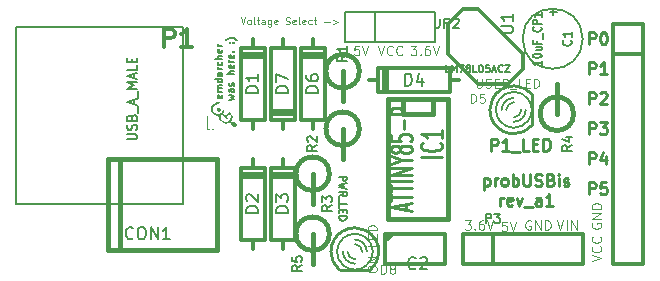
<source format=gto>
G04 (created by PCBNEW (2013-mar-13)-testing) date Wed 17 Sep 2014 04:23:05 PM PDT*
%MOIN*%
G04 Gerber Fmt 3.4, Leading zero omitted, Abs format*
%FSLAX34Y34*%
G01*
G70*
G90*
G04 APERTURE LIST*
%ADD10C,0.005906*%
%ADD11C,0.009843*%
%ADD12C,0.003937*%
%ADD13C,0.005000*%
%ADD14C,0.012000*%
%ADD15C,0.015000*%
%ADD16C,0.010000*%
%ADD17C,0.006000*%
%ADD18C,0.000100*%
%ADD19C,0.007500*%
%ADD20C,0.008000*%
%ADD21C,0.003500*%
%ADD22C,0.011250*%
%ADD23C,0.007874*%
G04 APERTURE END LIST*
G54D10*
X44977Y-38871D02*
X44988Y-38894D01*
X44988Y-38939D01*
X44977Y-38961D01*
X44955Y-38973D01*
X44865Y-38973D01*
X44842Y-38961D01*
X44831Y-38939D01*
X44831Y-38894D01*
X44842Y-38871D01*
X44865Y-38860D01*
X44887Y-38860D01*
X44910Y-38973D01*
X44988Y-38759D02*
X44831Y-38759D01*
X44853Y-38759D02*
X44842Y-38748D01*
X44831Y-38725D01*
X44831Y-38691D01*
X44842Y-38669D01*
X44865Y-38658D01*
X44988Y-38658D01*
X44865Y-38658D02*
X44842Y-38646D01*
X44831Y-38624D01*
X44831Y-38590D01*
X44842Y-38568D01*
X44865Y-38556D01*
X44988Y-38556D01*
X44988Y-38343D02*
X44752Y-38343D01*
X44977Y-38343D02*
X44988Y-38365D01*
X44988Y-38410D01*
X44977Y-38433D01*
X44966Y-38444D01*
X44943Y-38455D01*
X44876Y-38455D01*
X44853Y-38444D01*
X44842Y-38433D01*
X44831Y-38410D01*
X44831Y-38365D01*
X44842Y-38343D01*
X44988Y-38129D02*
X44865Y-38129D01*
X44842Y-38140D01*
X44831Y-38163D01*
X44831Y-38208D01*
X44842Y-38230D01*
X44977Y-38129D02*
X44988Y-38151D01*
X44988Y-38208D01*
X44977Y-38230D01*
X44955Y-38241D01*
X44932Y-38241D01*
X44910Y-38230D01*
X44898Y-38208D01*
X44898Y-38151D01*
X44887Y-38129D01*
X44988Y-38016D02*
X44831Y-38016D01*
X44876Y-38016D02*
X44853Y-38005D01*
X44842Y-37994D01*
X44831Y-37971D01*
X44831Y-37949D01*
X44977Y-37769D02*
X44988Y-37791D01*
X44988Y-37836D01*
X44977Y-37859D01*
X44966Y-37870D01*
X44943Y-37881D01*
X44876Y-37881D01*
X44853Y-37870D01*
X44842Y-37859D01*
X44831Y-37836D01*
X44831Y-37791D01*
X44842Y-37769D01*
X44988Y-37668D02*
X44752Y-37668D01*
X44988Y-37566D02*
X44865Y-37566D01*
X44842Y-37578D01*
X44831Y-37600D01*
X44831Y-37634D01*
X44842Y-37656D01*
X44853Y-37668D01*
X44977Y-37364D02*
X44988Y-37386D01*
X44988Y-37431D01*
X44977Y-37454D01*
X44955Y-37465D01*
X44865Y-37465D01*
X44842Y-37454D01*
X44831Y-37431D01*
X44831Y-37386D01*
X44842Y-37364D01*
X44865Y-37353D01*
X44887Y-37353D01*
X44910Y-37465D01*
X44988Y-37251D02*
X44831Y-37251D01*
X44876Y-37251D02*
X44853Y-37240D01*
X44842Y-37229D01*
X44831Y-37206D01*
X44831Y-37184D01*
X45221Y-39046D02*
X45378Y-39001D01*
X45266Y-38956D01*
X45378Y-38911D01*
X45221Y-38866D01*
X45378Y-38674D02*
X45254Y-38674D01*
X45232Y-38686D01*
X45221Y-38708D01*
X45221Y-38753D01*
X45232Y-38776D01*
X45367Y-38674D02*
X45378Y-38697D01*
X45378Y-38753D01*
X45367Y-38776D01*
X45344Y-38787D01*
X45322Y-38787D01*
X45299Y-38776D01*
X45288Y-38753D01*
X45288Y-38697D01*
X45277Y-38674D01*
X45367Y-38573D02*
X45378Y-38551D01*
X45378Y-38506D01*
X45367Y-38483D01*
X45344Y-38472D01*
X45333Y-38472D01*
X45311Y-38483D01*
X45299Y-38506D01*
X45299Y-38539D01*
X45288Y-38562D01*
X45266Y-38573D01*
X45254Y-38573D01*
X45232Y-38562D01*
X45221Y-38539D01*
X45221Y-38506D01*
X45232Y-38483D01*
X45378Y-38191D02*
X45142Y-38191D01*
X45378Y-38089D02*
X45254Y-38089D01*
X45232Y-38101D01*
X45221Y-38123D01*
X45221Y-38157D01*
X45232Y-38179D01*
X45243Y-38191D01*
X45367Y-37887D02*
X45378Y-37910D01*
X45378Y-37955D01*
X45367Y-37977D01*
X45344Y-37988D01*
X45254Y-37988D01*
X45232Y-37977D01*
X45221Y-37955D01*
X45221Y-37910D01*
X45232Y-37887D01*
X45254Y-37876D01*
X45277Y-37876D01*
X45299Y-37988D01*
X45378Y-37775D02*
X45221Y-37775D01*
X45266Y-37775D02*
X45243Y-37763D01*
X45232Y-37752D01*
X45221Y-37730D01*
X45221Y-37707D01*
X45367Y-37538D02*
X45378Y-37561D01*
X45378Y-37606D01*
X45367Y-37628D01*
X45344Y-37640D01*
X45254Y-37640D01*
X45232Y-37628D01*
X45221Y-37606D01*
X45221Y-37561D01*
X45232Y-37538D01*
X45254Y-37527D01*
X45277Y-37527D01*
X45299Y-37640D01*
X45356Y-37426D02*
X45367Y-37415D01*
X45378Y-37426D01*
X45367Y-37437D01*
X45356Y-37426D01*
X45378Y-37426D01*
X45356Y-37133D02*
X45367Y-37122D01*
X45378Y-37133D01*
X45367Y-37145D01*
X45356Y-37133D01*
X45378Y-37133D01*
X45232Y-37133D02*
X45243Y-37122D01*
X45254Y-37133D01*
X45243Y-37145D01*
X45232Y-37133D01*
X45254Y-37133D01*
X45468Y-37043D02*
X45457Y-37032D01*
X45423Y-37010D01*
X45401Y-36998D01*
X45367Y-36987D01*
X45311Y-36976D01*
X45266Y-36976D01*
X45209Y-36987D01*
X45176Y-36998D01*
X45153Y-37010D01*
X45119Y-37032D01*
X45108Y-37043D01*
G54D11*
X53712Y-41647D02*
X53712Y-42041D01*
X53712Y-41666D02*
X53749Y-41647D01*
X53824Y-41647D01*
X53862Y-41666D01*
X53880Y-41685D01*
X53899Y-41722D01*
X53899Y-41835D01*
X53880Y-41872D01*
X53862Y-41891D01*
X53824Y-41910D01*
X53749Y-41910D01*
X53712Y-41891D01*
X54068Y-41910D02*
X54068Y-41647D01*
X54068Y-41722D02*
X54086Y-41685D01*
X54105Y-41666D01*
X54143Y-41647D01*
X54180Y-41647D01*
X54368Y-41910D02*
X54330Y-41891D01*
X54311Y-41872D01*
X54293Y-41835D01*
X54293Y-41722D01*
X54311Y-41685D01*
X54330Y-41666D01*
X54368Y-41647D01*
X54424Y-41647D01*
X54461Y-41666D01*
X54480Y-41685D01*
X54499Y-41722D01*
X54499Y-41835D01*
X54480Y-41872D01*
X54461Y-41891D01*
X54424Y-41910D01*
X54368Y-41910D01*
X54668Y-41910D02*
X54668Y-41516D01*
X54668Y-41666D02*
X54705Y-41647D01*
X54780Y-41647D01*
X54818Y-41666D01*
X54836Y-41685D01*
X54855Y-41722D01*
X54855Y-41835D01*
X54836Y-41872D01*
X54818Y-41891D01*
X54780Y-41910D01*
X54705Y-41910D01*
X54668Y-41891D01*
X55024Y-41516D02*
X55024Y-41835D01*
X55043Y-41872D01*
X55061Y-41891D01*
X55099Y-41910D01*
X55174Y-41910D01*
X55211Y-41891D01*
X55230Y-41872D01*
X55249Y-41835D01*
X55249Y-41516D01*
X55418Y-41891D02*
X55474Y-41910D01*
X55568Y-41910D01*
X55605Y-41891D01*
X55624Y-41872D01*
X55643Y-41835D01*
X55643Y-41797D01*
X55624Y-41760D01*
X55605Y-41741D01*
X55568Y-41722D01*
X55493Y-41704D01*
X55455Y-41685D01*
X55436Y-41666D01*
X55418Y-41629D01*
X55418Y-41591D01*
X55436Y-41554D01*
X55455Y-41535D01*
X55493Y-41516D01*
X55586Y-41516D01*
X55643Y-41535D01*
X55943Y-41704D02*
X55999Y-41722D01*
X56017Y-41741D01*
X56036Y-41779D01*
X56036Y-41835D01*
X56017Y-41872D01*
X55999Y-41891D01*
X55961Y-41910D01*
X55811Y-41910D01*
X55811Y-41516D01*
X55943Y-41516D01*
X55980Y-41535D01*
X55999Y-41554D01*
X56017Y-41591D01*
X56017Y-41629D01*
X55999Y-41666D01*
X55980Y-41685D01*
X55943Y-41704D01*
X55811Y-41704D01*
X56205Y-41910D02*
X56205Y-41647D01*
X56205Y-41516D02*
X56186Y-41535D01*
X56205Y-41554D01*
X56224Y-41535D01*
X56205Y-41516D01*
X56205Y-41554D01*
X56374Y-41891D02*
X56411Y-41910D01*
X56486Y-41910D01*
X56524Y-41891D01*
X56542Y-41854D01*
X56542Y-41835D01*
X56524Y-41797D01*
X56486Y-41779D01*
X56430Y-41779D01*
X56392Y-41760D01*
X56374Y-41722D01*
X56374Y-41704D01*
X56392Y-41666D01*
X56430Y-41647D01*
X56486Y-41647D01*
X56524Y-41666D01*
X54255Y-42559D02*
X54255Y-42297D01*
X54255Y-42372D02*
X54274Y-42335D01*
X54293Y-42316D01*
X54330Y-42297D01*
X54368Y-42297D01*
X54649Y-42541D02*
X54611Y-42559D01*
X54536Y-42559D01*
X54499Y-42541D01*
X54480Y-42503D01*
X54480Y-42353D01*
X54499Y-42316D01*
X54536Y-42297D01*
X54611Y-42297D01*
X54649Y-42316D01*
X54668Y-42353D01*
X54668Y-42391D01*
X54480Y-42428D01*
X54799Y-42297D02*
X54893Y-42559D01*
X54986Y-42297D01*
X55043Y-42597D02*
X55343Y-42597D01*
X55605Y-42559D02*
X55605Y-42353D01*
X55586Y-42316D01*
X55549Y-42297D01*
X55474Y-42297D01*
X55436Y-42316D01*
X55605Y-42541D02*
X55568Y-42559D01*
X55474Y-42559D01*
X55436Y-42541D01*
X55418Y-42503D01*
X55418Y-42466D01*
X55436Y-42428D01*
X55474Y-42410D01*
X55568Y-42410D01*
X55605Y-42391D01*
X55999Y-42559D02*
X55774Y-42559D01*
X55886Y-42559D02*
X55886Y-42166D01*
X55849Y-42222D01*
X55811Y-42260D01*
X55774Y-42278D01*
G54D10*
X48893Y-41597D02*
X49129Y-41597D01*
X49129Y-41687D01*
X49118Y-41709D01*
X49106Y-41721D01*
X49084Y-41732D01*
X49050Y-41732D01*
X49028Y-41721D01*
X49016Y-41709D01*
X49005Y-41687D01*
X49005Y-41597D01*
X49129Y-41811D02*
X48893Y-41867D01*
X49061Y-41912D01*
X48893Y-41957D01*
X49129Y-42013D01*
X48893Y-42238D02*
X49005Y-42159D01*
X48893Y-42103D02*
X49129Y-42103D01*
X49129Y-42193D01*
X49118Y-42215D01*
X49106Y-42227D01*
X49084Y-42238D01*
X49050Y-42238D01*
X49028Y-42227D01*
X49016Y-42215D01*
X49005Y-42193D01*
X49005Y-42103D01*
X48870Y-42283D02*
X48870Y-42463D01*
X48893Y-42632D02*
X48893Y-42519D01*
X49129Y-42519D01*
X49016Y-42710D02*
X49016Y-42789D01*
X48893Y-42823D02*
X48893Y-42710D01*
X49129Y-42710D01*
X49129Y-42823D01*
X48893Y-42924D02*
X49129Y-42924D01*
X49129Y-42980D01*
X49118Y-43014D01*
X49095Y-43037D01*
X49073Y-43048D01*
X49028Y-43059D01*
X48994Y-43059D01*
X48949Y-43048D01*
X48926Y-43037D01*
X48904Y-43014D01*
X48893Y-42980D01*
X48893Y-42924D01*
G54D11*
X53946Y-40729D02*
X53946Y-40335D01*
X54096Y-40335D01*
X54133Y-40354D01*
X54152Y-40373D01*
X54171Y-40410D01*
X54171Y-40466D01*
X54152Y-40504D01*
X54133Y-40523D01*
X54096Y-40541D01*
X53946Y-40541D01*
X54546Y-40729D02*
X54321Y-40729D01*
X54433Y-40729D02*
X54433Y-40335D01*
X54396Y-40391D01*
X54358Y-40429D01*
X54321Y-40448D01*
X54621Y-40766D02*
X54921Y-40766D01*
X55202Y-40729D02*
X55014Y-40729D01*
X55014Y-40335D01*
X55333Y-40523D02*
X55464Y-40523D01*
X55521Y-40729D02*
X55333Y-40729D01*
X55333Y-40335D01*
X55521Y-40335D01*
X55689Y-40729D02*
X55689Y-40335D01*
X55783Y-40335D01*
X55839Y-40354D01*
X55877Y-40391D01*
X55896Y-40429D01*
X55914Y-40504D01*
X55914Y-40560D01*
X55896Y-40635D01*
X55877Y-40673D01*
X55839Y-40710D01*
X55783Y-40729D01*
X55689Y-40729D01*
G54D12*
X45596Y-36287D02*
X45674Y-36524D01*
X45753Y-36287D01*
X45866Y-36524D02*
X45843Y-36512D01*
X45832Y-36501D01*
X45821Y-36479D01*
X45821Y-36411D01*
X45832Y-36389D01*
X45843Y-36377D01*
X45866Y-36366D01*
X45899Y-36366D01*
X45922Y-36377D01*
X45933Y-36389D01*
X45944Y-36411D01*
X45944Y-36479D01*
X45933Y-36501D01*
X45922Y-36512D01*
X45899Y-36524D01*
X45866Y-36524D01*
X46079Y-36524D02*
X46057Y-36512D01*
X46046Y-36490D01*
X46046Y-36287D01*
X46136Y-36366D02*
X46226Y-36366D01*
X46169Y-36287D02*
X46169Y-36490D01*
X46181Y-36512D01*
X46203Y-36524D01*
X46226Y-36524D01*
X46406Y-36524D02*
X46406Y-36400D01*
X46394Y-36377D01*
X46372Y-36366D01*
X46327Y-36366D01*
X46304Y-36377D01*
X46406Y-36512D02*
X46383Y-36524D01*
X46327Y-36524D01*
X46304Y-36512D01*
X46293Y-36490D01*
X46293Y-36467D01*
X46304Y-36445D01*
X46327Y-36434D01*
X46383Y-36434D01*
X46406Y-36422D01*
X46619Y-36366D02*
X46619Y-36557D01*
X46608Y-36580D01*
X46597Y-36591D01*
X46574Y-36602D01*
X46541Y-36602D01*
X46518Y-36591D01*
X46619Y-36512D02*
X46597Y-36524D01*
X46552Y-36524D01*
X46529Y-36512D01*
X46518Y-36501D01*
X46507Y-36479D01*
X46507Y-36411D01*
X46518Y-36389D01*
X46529Y-36377D01*
X46552Y-36366D01*
X46597Y-36366D01*
X46619Y-36377D01*
X46822Y-36512D02*
X46799Y-36524D01*
X46754Y-36524D01*
X46732Y-36512D01*
X46721Y-36490D01*
X46721Y-36400D01*
X46732Y-36377D01*
X46754Y-36366D01*
X46799Y-36366D01*
X46822Y-36377D01*
X46833Y-36400D01*
X46833Y-36422D01*
X46721Y-36445D01*
X47103Y-36512D02*
X47137Y-36524D01*
X47193Y-36524D01*
X47215Y-36512D01*
X47227Y-36501D01*
X47238Y-36479D01*
X47238Y-36456D01*
X47227Y-36434D01*
X47215Y-36422D01*
X47193Y-36411D01*
X47148Y-36400D01*
X47125Y-36389D01*
X47114Y-36377D01*
X47103Y-36355D01*
X47103Y-36332D01*
X47114Y-36310D01*
X47125Y-36299D01*
X47148Y-36287D01*
X47204Y-36287D01*
X47238Y-36299D01*
X47429Y-36512D02*
X47407Y-36524D01*
X47362Y-36524D01*
X47339Y-36512D01*
X47328Y-36490D01*
X47328Y-36400D01*
X47339Y-36377D01*
X47362Y-36366D01*
X47407Y-36366D01*
X47429Y-36377D01*
X47440Y-36400D01*
X47440Y-36422D01*
X47328Y-36445D01*
X47575Y-36524D02*
X47553Y-36512D01*
X47542Y-36490D01*
X47542Y-36287D01*
X47755Y-36512D02*
X47733Y-36524D01*
X47688Y-36524D01*
X47665Y-36512D01*
X47654Y-36490D01*
X47654Y-36400D01*
X47665Y-36377D01*
X47688Y-36366D01*
X47733Y-36366D01*
X47755Y-36377D01*
X47767Y-36400D01*
X47767Y-36422D01*
X47654Y-36445D01*
X47969Y-36512D02*
X47947Y-36524D01*
X47902Y-36524D01*
X47879Y-36512D01*
X47868Y-36501D01*
X47857Y-36479D01*
X47857Y-36411D01*
X47868Y-36389D01*
X47879Y-36377D01*
X47902Y-36366D01*
X47947Y-36366D01*
X47969Y-36377D01*
X48037Y-36366D02*
X48127Y-36366D01*
X48070Y-36287D02*
X48070Y-36490D01*
X48082Y-36512D01*
X48104Y-36524D01*
X48127Y-36524D01*
X48385Y-36434D02*
X48565Y-36434D01*
X48678Y-36366D02*
X48858Y-36434D01*
X48678Y-36501D01*
X51267Y-37229D02*
X51462Y-37229D01*
X51357Y-37349D01*
X51402Y-37349D01*
X51432Y-37364D01*
X51447Y-37379D01*
X51462Y-37409D01*
X51462Y-37484D01*
X51447Y-37514D01*
X51432Y-37529D01*
X51402Y-37544D01*
X51312Y-37544D01*
X51282Y-37529D01*
X51267Y-37514D01*
X51597Y-37514D02*
X51612Y-37529D01*
X51597Y-37544D01*
X51582Y-37529D01*
X51597Y-37514D01*
X51597Y-37544D01*
X51882Y-37229D02*
X51822Y-37229D01*
X51792Y-37244D01*
X51777Y-37259D01*
X51747Y-37304D01*
X51732Y-37364D01*
X51732Y-37484D01*
X51747Y-37514D01*
X51762Y-37529D01*
X51792Y-37544D01*
X51852Y-37544D01*
X51882Y-37529D01*
X51897Y-37514D01*
X51912Y-37484D01*
X51912Y-37409D01*
X51897Y-37379D01*
X51882Y-37364D01*
X51852Y-37349D01*
X51792Y-37349D01*
X51762Y-37364D01*
X51747Y-37379D01*
X51732Y-37409D01*
X52002Y-37229D02*
X52107Y-37544D01*
X52212Y-37229D01*
X50170Y-37229D02*
X50275Y-37544D01*
X50380Y-37229D01*
X50665Y-37514D02*
X50650Y-37529D01*
X50605Y-37544D01*
X50575Y-37544D01*
X50530Y-37529D01*
X50500Y-37499D01*
X50485Y-37469D01*
X50470Y-37409D01*
X50470Y-37364D01*
X50485Y-37304D01*
X50500Y-37274D01*
X50530Y-37244D01*
X50575Y-37229D01*
X50605Y-37229D01*
X50650Y-37244D01*
X50665Y-37259D01*
X50980Y-37514D02*
X50965Y-37529D01*
X50920Y-37544D01*
X50890Y-37544D01*
X50845Y-37529D01*
X50815Y-37499D01*
X50800Y-37469D01*
X50785Y-37409D01*
X50785Y-37364D01*
X50800Y-37304D01*
X50815Y-37274D01*
X50845Y-37244D01*
X50890Y-37229D01*
X50920Y-37229D01*
X50965Y-37244D01*
X50980Y-37259D01*
X49546Y-37229D02*
X49396Y-37229D01*
X49381Y-37379D01*
X49396Y-37364D01*
X49426Y-37349D01*
X49501Y-37349D01*
X49531Y-37364D01*
X49546Y-37379D01*
X49561Y-37409D01*
X49561Y-37484D01*
X49546Y-37514D01*
X49531Y-37529D01*
X49501Y-37544D01*
X49426Y-37544D01*
X49396Y-37529D01*
X49381Y-37514D01*
X49651Y-37229D02*
X49756Y-37544D01*
X49861Y-37229D01*
X56151Y-43055D02*
X56256Y-43370D01*
X56361Y-43055D01*
X56466Y-43370D02*
X56466Y-43055D01*
X56616Y-43370D02*
X56616Y-43055D01*
X56796Y-43370D01*
X56796Y-43055D01*
X55271Y-43070D02*
X55241Y-43055D01*
X55196Y-43055D01*
X55151Y-43070D01*
X55121Y-43100D01*
X55106Y-43130D01*
X55091Y-43190D01*
X55091Y-43235D01*
X55106Y-43295D01*
X55121Y-43325D01*
X55151Y-43355D01*
X55196Y-43370D01*
X55226Y-43370D01*
X55271Y-43355D01*
X55286Y-43340D01*
X55286Y-43235D01*
X55226Y-43235D01*
X55421Y-43370D02*
X55421Y-43055D01*
X55601Y-43370D01*
X55601Y-43055D01*
X55751Y-43370D02*
X55751Y-43055D01*
X55826Y-43055D01*
X55871Y-43070D01*
X55901Y-43100D01*
X55916Y-43130D01*
X55931Y-43190D01*
X55931Y-43235D01*
X55916Y-43295D01*
X55901Y-43325D01*
X55871Y-43355D01*
X55826Y-43370D01*
X55751Y-43370D01*
X54467Y-43095D02*
X54317Y-43095D01*
X54302Y-43245D01*
X54317Y-43230D01*
X54347Y-43215D01*
X54422Y-43215D01*
X54452Y-43230D01*
X54467Y-43245D01*
X54482Y-43275D01*
X54482Y-43350D01*
X54467Y-43380D01*
X54452Y-43395D01*
X54422Y-43410D01*
X54347Y-43410D01*
X54317Y-43395D01*
X54302Y-43380D01*
X54572Y-43095D02*
X54677Y-43410D01*
X54782Y-43095D01*
X53078Y-43055D02*
X53273Y-43055D01*
X53168Y-43175D01*
X53213Y-43175D01*
X53243Y-43190D01*
X53258Y-43205D01*
X53273Y-43235D01*
X53273Y-43310D01*
X53258Y-43340D01*
X53243Y-43355D01*
X53213Y-43370D01*
X53123Y-43370D01*
X53093Y-43355D01*
X53078Y-43340D01*
X53408Y-43340D02*
X53423Y-43355D01*
X53408Y-43370D01*
X53393Y-43355D01*
X53408Y-43340D01*
X53408Y-43370D01*
X53693Y-43055D02*
X53633Y-43055D01*
X53603Y-43070D01*
X53588Y-43085D01*
X53558Y-43130D01*
X53543Y-43190D01*
X53543Y-43310D01*
X53558Y-43340D01*
X53573Y-43355D01*
X53603Y-43370D01*
X53663Y-43370D01*
X53693Y-43355D01*
X53708Y-43340D01*
X53723Y-43310D01*
X53723Y-43235D01*
X53708Y-43205D01*
X53693Y-43190D01*
X53663Y-43175D01*
X53603Y-43175D01*
X53573Y-43190D01*
X53558Y-43205D01*
X53543Y-43235D01*
X53813Y-43055D02*
X53918Y-43370D01*
X54023Y-43055D01*
X57307Y-44419D02*
X57622Y-44314D01*
X57307Y-44209D01*
X57592Y-43925D02*
X57607Y-43940D01*
X57622Y-43985D01*
X57622Y-44014D01*
X57607Y-44059D01*
X57577Y-44089D01*
X57547Y-44104D01*
X57487Y-44119D01*
X57442Y-44119D01*
X57382Y-44104D01*
X57352Y-44089D01*
X57322Y-44059D01*
X57307Y-44014D01*
X57307Y-43985D01*
X57322Y-43940D01*
X57337Y-43925D01*
X57592Y-43610D02*
X57607Y-43625D01*
X57622Y-43670D01*
X57622Y-43700D01*
X57607Y-43745D01*
X57577Y-43775D01*
X57547Y-43790D01*
X57487Y-43805D01*
X57442Y-43805D01*
X57382Y-43790D01*
X57352Y-43775D01*
X57322Y-43745D01*
X57307Y-43700D01*
X57307Y-43670D01*
X57322Y-43625D01*
X57337Y-43610D01*
X57322Y-43147D02*
X57307Y-43177D01*
X57307Y-43222D01*
X57322Y-43267D01*
X57352Y-43297D01*
X57382Y-43312D01*
X57442Y-43327D01*
X57487Y-43327D01*
X57547Y-43312D01*
X57577Y-43297D01*
X57607Y-43267D01*
X57622Y-43222D01*
X57622Y-43192D01*
X57607Y-43147D01*
X57592Y-43132D01*
X57487Y-43132D01*
X57487Y-43192D01*
X57622Y-42997D02*
X57307Y-42997D01*
X57622Y-42817D01*
X57307Y-42817D01*
X57622Y-42667D02*
X57307Y-42667D01*
X57307Y-42592D01*
X57322Y-42547D01*
X57352Y-42517D01*
X57382Y-42502D01*
X57442Y-42487D01*
X57487Y-42487D01*
X57547Y-42502D01*
X57577Y-42517D01*
X57607Y-42547D01*
X57622Y-42592D01*
X57622Y-42667D01*
G54D11*
X57209Y-42178D02*
X57209Y-41784D01*
X57359Y-41784D01*
X57396Y-41803D01*
X57415Y-41821D01*
X57434Y-41859D01*
X57434Y-41915D01*
X57415Y-41953D01*
X57396Y-41971D01*
X57359Y-41990D01*
X57209Y-41990D01*
X57790Y-41784D02*
X57603Y-41784D01*
X57584Y-41971D01*
X57603Y-41953D01*
X57640Y-41934D01*
X57734Y-41934D01*
X57771Y-41953D01*
X57790Y-41971D01*
X57809Y-42009D01*
X57809Y-42103D01*
X57790Y-42140D01*
X57771Y-42159D01*
X57734Y-42178D01*
X57640Y-42178D01*
X57603Y-42159D01*
X57584Y-42140D01*
X57209Y-41178D02*
X57209Y-40784D01*
X57359Y-40784D01*
X57396Y-40803D01*
X57415Y-40821D01*
X57434Y-40859D01*
X57434Y-40915D01*
X57415Y-40953D01*
X57396Y-40971D01*
X57359Y-40990D01*
X57209Y-40990D01*
X57771Y-40915D02*
X57771Y-41178D01*
X57678Y-40765D02*
X57584Y-41046D01*
X57828Y-41046D01*
X57209Y-40178D02*
X57209Y-39784D01*
X57359Y-39784D01*
X57396Y-39803D01*
X57415Y-39821D01*
X57434Y-39859D01*
X57434Y-39915D01*
X57415Y-39953D01*
X57396Y-39971D01*
X57359Y-39990D01*
X57209Y-39990D01*
X57565Y-39784D02*
X57809Y-39784D01*
X57678Y-39934D01*
X57734Y-39934D01*
X57771Y-39953D01*
X57790Y-39971D01*
X57809Y-40009D01*
X57809Y-40103D01*
X57790Y-40140D01*
X57771Y-40159D01*
X57734Y-40178D01*
X57621Y-40178D01*
X57584Y-40159D01*
X57565Y-40140D01*
X57209Y-38178D02*
X57209Y-37784D01*
X57359Y-37784D01*
X57396Y-37803D01*
X57415Y-37821D01*
X57434Y-37859D01*
X57434Y-37915D01*
X57415Y-37953D01*
X57396Y-37971D01*
X57359Y-37990D01*
X57209Y-37990D01*
X57809Y-38178D02*
X57584Y-38178D01*
X57696Y-38178D02*
X57696Y-37784D01*
X57659Y-37840D01*
X57621Y-37878D01*
X57584Y-37896D01*
X57209Y-39178D02*
X57209Y-38784D01*
X57359Y-38784D01*
X57396Y-38803D01*
X57415Y-38821D01*
X57434Y-38859D01*
X57434Y-38915D01*
X57415Y-38953D01*
X57396Y-38971D01*
X57359Y-38990D01*
X57209Y-38990D01*
X57584Y-38821D02*
X57603Y-38803D01*
X57640Y-38784D01*
X57734Y-38784D01*
X57771Y-38803D01*
X57790Y-38821D01*
X57809Y-38859D01*
X57809Y-38896D01*
X57790Y-38953D01*
X57565Y-39178D01*
X57809Y-39178D01*
X57209Y-37178D02*
X57209Y-36784D01*
X57359Y-36784D01*
X57396Y-36803D01*
X57415Y-36821D01*
X57434Y-36859D01*
X57434Y-36915D01*
X57415Y-36953D01*
X57396Y-36971D01*
X57359Y-36990D01*
X57209Y-36990D01*
X57678Y-36784D02*
X57715Y-36784D01*
X57753Y-36803D01*
X57771Y-36821D01*
X57790Y-36859D01*
X57809Y-36934D01*
X57809Y-37028D01*
X57790Y-37103D01*
X57771Y-37140D01*
X57753Y-37159D01*
X57715Y-37178D01*
X57678Y-37178D01*
X57640Y-37159D01*
X57621Y-37140D01*
X57603Y-37103D01*
X57584Y-37028D01*
X57584Y-36934D01*
X57603Y-36859D01*
X57621Y-36821D01*
X57640Y-36803D01*
X57678Y-36784D01*
G54D13*
X57001Y-37000D02*
G75*
G03X57001Y-37000I-1001J0D01*
G74*
G01*
G54D14*
X50437Y-43500D02*
X52417Y-43500D01*
X52417Y-43500D02*
X52417Y-44500D01*
X52417Y-44500D02*
X50417Y-44500D01*
X50417Y-44500D02*
X50417Y-43500D01*
X50417Y-43750D02*
X50667Y-43500D01*
G54D15*
X41583Y-41003D02*
X41583Y-44035D01*
X41189Y-41003D02*
X41189Y-44035D01*
X41189Y-44035D02*
X44811Y-44035D01*
X44811Y-44035D02*
X44811Y-41003D01*
X44811Y-41003D02*
X41189Y-41003D01*
G54D14*
X46000Y-37000D02*
X46000Y-37300D01*
X46000Y-37300D02*
X45600Y-37300D01*
X45600Y-37300D02*
X45600Y-39700D01*
X45600Y-39700D02*
X46000Y-39700D01*
X46000Y-39700D02*
X46000Y-40000D01*
X46000Y-39700D02*
X46400Y-39700D01*
X46400Y-39700D02*
X46400Y-37300D01*
X46400Y-37300D02*
X46000Y-37300D01*
X45600Y-37500D02*
X46400Y-37500D01*
X46400Y-37600D02*
X45600Y-37600D01*
X46000Y-41000D02*
X46000Y-41300D01*
X46000Y-41300D02*
X45600Y-41300D01*
X45600Y-41300D02*
X45600Y-43700D01*
X45600Y-43700D02*
X46000Y-43700D01*
X46000Y-43700D02*
X46000Y-44000D01*
X46000Y-43700D02*
X46400Y-43700D01*
X46400Y-43700D02*
X46400Y-41300D01*
X46400Y-41300D02*
X46000Y-41300D01*
X45600Y-41500D02*
X46400Y-41500D01*
X46400Y-41600D02*
X45600Y-41600D01*
X47000Y-41000D02*
X47000Y-41300D01*
X47000Y-41300D02*
X46600Y-41300D01*
X46600Y-41300D02*
X46600Y-43700D01*
X46600Y-43700D02*
X47000Y-43700D01*
X47000Y-43700D02*
X47000Y-44000D01*
X47000Y-43700D02*
X47400Y-43700D01*
X47400Y-43700D02*
X47400Y-41300D01*
X47400Y-41300D02*
X47000Y-41300D01*
X46600Y-41500D02*
X47400Y-41500D01*
X47400Y-41600D02*
X46600Y-41600D01*
X49877Y-38385D02*
X50177Y-38385D01*
X50177Y-38385D02*
X50177Y-38785D01*
X50177Y-38785D02*
X52577Y-38785D01*
X52577Y-38785D02*
X52577Y-38385D01*
X52577Y-38385D02*
X52877Y-38385D01*
X52577Y-38385D02*
X52577Y-37985D01*
X52577Y-37985D02*
X50177Y-37985D01*
X50177Y-37985D02*
X50177Y-38385D01*
X50377Y-38785D02*
X50377Y-37985D01*
X50477Y-37985D02*
X50477Y-38785D01*
G54D16*
X55326Y-39870D02*
X55326Y-38870D01*
G54D17*
X54245Y-38986D02*
G75*
G03X54106Y-39370I460J-384D01*
G74*
G01*
X54107Y-39370D02*
G75*
G03X54258Y-39768I599J0D01*
G74*
G01*
X55305Y-39370D02*
G75*
G03X55161Y-38980I-599J0D01*
G74*
G01*
X55167Y-39754D02*
G75*
G03X55306Y-39370I-460J384D01*
G74*
G01*
X55194Y-39020D02*
G75*
G03X54706Y-38770I-487J-349D01*
G74*
G01*
X54705Y-38770D02*
G75*
G03X54226Y-39010I0J-600D01*
G74*
G01*
X54706Y-39969D02*
G75*
G03X55179Y-39738I0J599D01*
G74*
G01*
X54232Y-39738D02*
G75*
G03X54706Y-39970I473J368D01*
G74*
G01*
X54706Y-39120D02*
G75*
G03X54456Y-39370I0J-250D01*
G74*
G01*
X54706Y-38970D02*
G75*
G03X54306Y-39370I0J-400D01*
G74*
G01*
X54706Y-39620D02*
G75*
G03X54956Y-39370I0J250D01*
G74*
G01*
X54706Y-39770D02*
G75*
G03X55106Y-39370I0J400D01*
G74*
G01*
G54D16*
X55320Y-38856D02*
G75*
G03X54706Y-38570I-613J-513D01*
G74*
G01*
X54705Y-38571D02*
G75*
G03X54001Y-38994I0J-799D01*
G74*
G01*
X54707Y-40169D02*
G75*
G03X55316Y-39886I-1J798D01*
G74*
G01*
X54012Y-39767D02*
G75*
G03X54706Y-40170I694J397D01*
G74*
G01*
X54001Y-38990D02*
G75*
G03X53906Y-39370I704J-379D01*
G74*
G01*
X53906Y-39370D02*
G75*
G03X54025Y-39789I799J0D01*
G74*
G01*
G54D14*
X48000Y-37000D02*
X48000Y-37300D01*
X48000Y-37300D02*
X47600Y-37300D01*
X47600Y-37300D02*
X47600Y-39700D01*
X47600Y-39700D02*
X48000Y-39700D01*
X48000Y-39700D02*
X48000Y-40000D01*
X48000Y-39700D02*
X48400Y-39700D01*
X48400Y-39700D02*
X48400Y-37300D01*
X48400Y-37300D02*
X48000Y-37300D01*
X47600Y-37500D02*
X48400Y-37500D01*
X48400Y-37600D02*
X47600Y-37600D01*
X47000Y-40000D02*
X47000Y-39700D01*
X47000Y-39700D02*
X47400Y-39700D01*
X47400Y-39700D02*
X47400Y-37300D01*
X47400Y-37300D02*
X47000Y-37300D01*
X47000Y-37300D02*
X47000Y-37000D01*
X47000Y-37300D02*
X46600Y-37300D01*
X46600Y-37300D02*
X46600Y-39700D01*
X46600Y-39700D02*
X47000Y-39700D01*
X47400Y-39500D02*
X46600Y-39500D01*
X46600Y-39400D02*
X47400Y-39400D01*
G54D16*
X48909Y-44720D02*
X49909Y-44720D01*
G54D17*
X49793Y-43639D02*
G75*
G03X49409Y-43500I-384J-460D01*
G74*
G01*
X49409Y-43500D02*
G75*
G03X49011Y-43652I0J-599D01*
G74*
G01*
X49409Y-44699D02*
G75*
G03X49799Y-44555I0J599D01*
G74*
G01*
X49025Y-44560D02*
G75*
G03X49409Y-44700I384J460D01*
G74*
G01*
X49758Y-44587D02*
G75*
G03X50009Y-44100I-349J487D01*
G74*
G01*
X50009Y-44099D02*
G75*
G03X49769Y-43620I-600J0D01*
G74*
G01*
X48810Y-44100D02*
G75*
G03X49041Y-44573I599J0D01*
G74*
G01*
X49040Y-43626D02*
G75*
G03X48809Y-44100I368J-473D01*
G74*
G01*
X49659Y-44100D02*
G75*
G03X49409Y-43850I-250J0D01*
G74*
G01*
X49809Y-44100D02*
G75*
G03X49409Y-43700I-400J0D01*
G74*
G01*
X49159Y-44100D02*
G75*
G03X49409Y-44350I250J0D01*
G74*
G01*
X49009Y-44100D02*
G75*
G03X49409Y-44500I400J0D01*
G74*
G01*
G54D16*
X49922Y-44713D02*
G75*
G03X50209Y-44100I-513J613D01*
G74*
G01*
X50208Y-44099D02*
G75*
G03X49785Y-43395I-799J0D01*
G74*
G01*
X48610Y-44101D02*
G75*
G03X48893Y-44710I798J1D01*
G74*
G01*
X49011Y-43405D02*
G75*
G03X48609Y-44100I397J-694D01*
G74*
G01*
X49788Y-43395D02*
G75*
G03X49409Y-43300I-379J-704D01*
G74*
G01*
X49409Y-43300D02*
G75*
G03X48990Y-43419I0J-799D01*
G74*
G01*
G54D15*
X52000Y-39000D02*
X52000Y-39500D01*
X52000Y-39500D02*
X51000Y-39500D01*
X51000Y-39500D02*
X51000Y-39000D01*
X52500Y-39000D02*
X52500Y-43000D01*
X52500Y-43000D02*
X50500Y-43000D01*
X50500Y-43000D02*
X50500Y-39000D01*
X50500Y-39000D02*
X52500Y-39000D01*
G54D17*
X49090Y-37114D02*
X49090Y-36114D01*
X49090Y-36114D02*
X52090Y-36114D01*
X52090Y-36114D02*
X52090Y-37114D01*
X52090Y-37114D02*
X49090Y-37114D01*
X50090Y-36114D02*
X50090Y-37114D01*
G54D13*
X43678Y-42516D02*
X38128Y-42516D01*
X38128Y-36616D02*
X43678Y-36616D01*
X43678Y-42516D02*
X43678Y-36616D01*
X38128Y-42516D02*
X38128Y-36616D01*
G54D14*
X59000Y-36500D02*
X59000Y-44500D01*
X59000Y-44500D02*
X58000Y-44500D01*
X58000Y-44500D02*
X58000Y-36500D01*
X58000Y-36500D02*
X59000Y-36500D01*
X58000Y-37500D02*
X59000Y-37500D01*
X53000Y-43500D02*
X53000Y-43500D01*
X53000Y-44500D02*
X53000Y-43500D01*
X53000Y-43500D02*
X53000Y-43500D01*
X53000Y-43500D02*
X57000Y-43500D01*
X57000Y-43500D02*
X57000Y-44500D01*
X57000Y-44500D02*
X53000Y-44500D01*
X54000Y-44500D02*
X54000Y-43500D01*
G54D15*
X49000Y-38082D02*
X49000Y-39082D01*
X49559Y-38082D02*
G75*
G03X49559Y-38082I-559J0D01*
G74*
G01*
X49000Y-40000D02*
X49000Y-41000D01*
X49559Y-40000D02*
G75*
G03X49559Y-40000I-559J0D01*
G74*
G01*
X48000Y-41500D02*
X48000Y-42500D01*
X48559Y-41500D02*
G75*
G03X48559Y-41500I-559J0D01*
G74*
G01*
X56141Y-39500D02*
X56141Y-38500D01*
X56700Y-39500D02*
G75*
G03X56700Y-39500I-559J0D01*
G74*
G01*
X48000Y-43500D02*
X48000Y-44500D01*
X48559Y-43500D02*
G75*
G03X48559Y-43500I-559J0D01*
G74*
G01*
G54D14*
X55000Y-37500D02*
X53500Y-36000D01*
X53500Y-36000D02*
X53000Y-36000D01*
X53000Y-36000D02*
X52500Y-36500D01*
X52500Y-36500D02*
X52500Y-37500D01*
X52500Y-37500D02*
X53500Y-38500D01*
X53500Y-38500D02*
X54500Y-38500D01*
X54500Y-38500D02*
X55000Y-38000D01*
X55000Y-38000D02*
X55000Y-37500D01*
G54D18*
G36*
X45113Y-40004D02*
X45276Y-40005D01*
X45359Y-40009D01*
X45401Y-40013D01*
X45382Y-40017D01*
X45308Y-40020D01*
X45185Y-40021D01*
X45150Y-40021D01*
X45018Y-40020D01*
X44936Y-40018D01*
X44908Y-40014D01*
X44941Y-40010D01*
X44959Y-40009D01*
X45113Y-40004D01*
X45113Y-40004D01*
X45113Y-40004D01*
G37*
G36*
X44848Y-39100D02*
X44912Y-39111D01*
X44933Y-39133D01*
X44905Y-39158D01*
X44847Y-39167D01*
X44745Y-39194D01*
X44681Y-39265D01*
X44667Y-39333D01*
X44693Y-39427D01*
X44759Y-39483D01*
X44847Y-39496D01*
X44936Y-39461D01*
X44971Y-39428D01*
X45023Y-39384D01*
X45057Y-39380D01*
X45055Y-39414D01*
X45035Y-39432D01*
X45008Y-39462D01*
X45032Y-39503D01*
X45046Y-39517D01*
X45090Y-39553D01*
X45126Y-39543D01*
X45167Y-39500D01*
X45216Y-39452D01*
X45252Y-39452D01*
X45282Y-39477D01*
X45295Y-39500D01*
X45247Y-39500D01*
X45212Y-39521D01*
X45175Y-39553D01*
X45141Y-39599D01*
X45159Y-39629D01*
X45168Y-39635D01*
X45197Y-39671D01*
X45192Y-39686D01*
X45157Y-39679D01*
X45098Y-39632D01*
X45071Y-39605D01*
X44996Y-39530D01*
X44954Y-39506D01*
X44936Y-39532D01*
X44933Y-39586D01*
X44960Y-39684D01*
X45026Y-39748D01*
X45114Y-39768D01*
X45204Y-39736D01*
X45217Y-39725D01*
X45245Y-39677D01*
X45263Y-39605D01*
X45267Y-39538D01*
X45253Y-39501D01*
X45247Y-39500D01*
X45295Y-39500D01*
X45316Y-39536D01*
X45332Y-39610D01*
X45327Y-39673D01*
X45300Y-39700D01*
X45267Y-39726D01*
X45267Y-39733D01*
X45294Y-39763D01*
X45319Y-39767D01*
X45373Y-39785D01*
X45431Y-39825D01*
X45464Y-39865D01*
X45465Y-39873D01*
X45443Y-39901D01*
X45415Y-39927D01*
X45366Y-39953D01*
X45318Y-39924D01*
X45316Y-39921D01*
X45275Y-39856D01*
X45267Y-39819D01*
X45249Y-39773D01*
X45233Y-39767D01*
X45201Y-39792D01*
X45200Y-39800D01*
X45171Y-39825D01*
X45115Y-39833D01*
X45033Y-39810D01*
X44949Y-39751D01*
X44886Y-39677D01*
X44867Y-39618D01*
X44840Y-39573D01*
X44815Y-39567D01*
X44747Y-39540D01*
X44674Y-39475D01*
X44618Y-39396D01*
X44600Y-39334D01*
X44628Y-39250D01*
X44698Y-39169D01*
X44787Y-39113D01*
X44848Y-39100D01*
X44848Y-39100D01*
X44848Y-39100D01*
G37*
G36*
X44867Y-39300D02*
X44922Y-39324D01*
X44933Y-39367D01*
X44910Y-39423D01*
X44867Y-39433D01*
X44811Y-39410D01*
X44800Y-39367D01*
X44823Y-39311D01*
X44867Y-39300D01*
X44867Y-39300D01*
X44867Y-39300D01*
G37*
G36*
X44712Y-40007D02*
X44724Y-40013D01*
X44714Y-40029D01*
X44680Y-40031D01*
X44645Y-40023D01*
X44660Y-40011D01*
X44712Y-40007D01*
X44712Y-40007D01*
X44712Y-40007D01*
G37*
G36*
X44481Y-38950D02*
X44491Y-39473D01*
X44496Y-39672D01*
X44502Y-39815D01*
X44510Y-39910D01*
X44521Y-39968D01*
X44537Y-39998D01*
X44559Y-40011D01*
X44587Y-40023D01*
X44551Y-40029D01*
X44542Y-40030D01*
X44467Y-40033D01*
X44474Y-39492D01*
X44481Y-38950D01*
X44481Y-38950D01*
X44481Y-38950D01*
G37*
G54D13*
X56606Y-37050D02*
X56620Y-37064D01*
X56634Y-37107D01*
X56634Y-37135D01*
X56620Y-37178D01*
X56591Y-37207D01*
X56563Y-37221D01*
X56506Y-37235D01*
X56463Y-37235D01*
X56406Y-37221D01*
X56377Y-37207D01*
X56349Y-37178D01*
X56334Y-37135D01*
X56334Y-37107D01*
X56349Y-37064D01*
X56363Y-37050D01*
X56634Y-36764D02*
X56634Y-36935D01*
X56634Y-36850D02*
X56334Y-36850D01*
X56377Y-36878D01*
X56406Y-36907D01*
X56420Y-36935D01*
X55635Y-37732D02*
X55635Y-37875D01*
X55635Y-37803D02*
X55335Y-37803D01*
X55378Y-37827D01*
X55407Y-37851D01*
X55421Y-37875D01*
X55335Y-37577D02*
X55335Y-37553D01*
X55350Y-37529D01*
X55364Y-37517D01*
X55392Y-37505D01*
X55450Y-37494D01*
X55521Y-37494D01*
X55578Y-37505D01*
X55607Y-37517D01*
X55621Y-37529D01*
X55635Y-37553D01*
X55635Y-37577D01*
X55621Y-37601D01*
X55607Y-37613D01*
X55578Y-37625D01*
X55521Y-37636D01*
X55450Y-37636D01*
X55392Y-37625D01*
X55364Y-37613D01*
X55350Y-37601D01*
X55335Y-37577D01*
X55435Y-37279D02*
X55635Y-37279D01*
X55435Y-37386D02*
X55592Y-37386D01*
X55621Y-37375D01*
X55635Y-37351D01*
X55635Y-37315D01*
X55621Y-37291D01*
X55607Y-37279D01*
X55478Y-37077D02*
X55478Y-37160D01*
X55635Y-37160D02*
X55335Y-37160D01*
X55335Y-37041D01*
X55664Y-37005D02*
X55664Y-36815D01*
X55607Y-36613D02*
X55621Y-36624D01*
X55635Y-36660D01*
X55635Y-36684D01*
X55621Y-36720D01*
X55592Y-36744D01*
X55564Y-36755D01*
X55507Y-36767D01*
X55464Y-36767D01*
X55407Y-36755D01*
X55378Y-36744D01*
X55350Y-36720D01*
X55335Y-36684D01*
X55335Y-36660D01*
X55350Y-36624D01*
X55364Y-36613D01*
X55635Y-36505D02*
X55335Y-36505D01*
X55335Y-36410D01*
X55350Y-36386D01*
X55364Y-36374D01*
X55392Y-36363D01*
X55435Y-36363D01*
X55464Y-36374D01*
X55478Y-36386D01*
X55492Y-36410D01*
X55492Y-36505D01*
X55635Y-36124D02*
X55635Y-36267D01*
X55635Y-36196D02*
X55335Y-36196D01*
X55378Y-36220D01*
X55407Y-36244D01*
X55421Y-36267D01*
G54D19*
X56021Y-36214D02*
X56021Y-35985D01*
X56135Y-36100D02*
X55907Y-36100D01*
G54D20*
X51433Y-44642D02*
X51414Y-44661D01*
X51357Y-44680D01*
X51319Y-44680D01*
X51261Y-44661D01*
X51223Y-44623D01*
X51204Y-44585D01*
X51185Y-44509D01*
X51185Y-44452D01*
X51204Y-44376D01*
X51223Y-44338D01*
X51261Y-44300D01*
X51319Y-44280D01*
X51357Y-44280D01*
X51414Y-44300D01*
X51433Y-44319D01*
X51585Y-44319D02*
X51604Y-44300D01*
X51642Y-44280D01*
X51738Y-44280D01*
X51776Y-44300D01*
X51795Y-44319D01*
X51814Y-44357D01*
X51814Y-44395D01*
X51795Y-44452D01*
X51566Y-44680D01*
X51814Y-44680D01*
X42014Y-43642D02*
X41995Y-43661D01*
X41938Y-43680D01*
X41900Y-43680D01*
X41842Y-43661D01*
X41804Y-43623D01*
X41785Y-43585D01*
X41766Y-43509D01*
X41766Y-43452D01*
X41785Y-43376D01*
X41804Y-43338D01*
X41842Y-43300D01*
X41900Y-43280D01*
X41938Y-43280D01*
X41995Y-43300D01*
X42014Y-43319D01*
X42261Y-43280D02*
X42338Y-43280D01*
X42376Y-43300D01*
X42414Y-43338D01*
X42433Y-43414D01*
X42433Y-43547D01*
X42414Y-43623D01*
X42376Y-43661D01*
X42338Y-43680D01*
X42261Y-43680D01*
X42223Y-43661D01*
X42185Y-43623D01*
X42166Y-43547D01*
X42166Y-43414D01*
X42185Y-43338D01*
X42223Y-43300D01*
X42261Y-43280D01*
X42604Y-43680D02*
X42604Y-43280D01*
X42833Y-43680D01*
X42833Y-43280D01*
X43233Y-43680D02*
X43004Y-43680D01*
X43119Y-43680D02*
X43119Y-43280D01*
X43080Y-43338D01*
X43042Y-43376D01*
X43004Y-43395D01*
X46180Y-38795D02*
X45780Y-38795D01*
X45780Y-38699D01*
X45800Y-38642D01*
X45838Y-38604D01*
X45876Y-38585D01*
X45952Y-38566D01*
X46009Y-38566D01*
X46085Y-38585D01*
X46123Y-38604D01*
X46161Y-38642D01*
X46180Y-38699D01*
X46180Y-38795D01*
X46180Y-38185D02*
X46180Y-38414D01*
X46180Y-38299D02*
X45780Y-38299D01*
X45838Y-38338D01*
X45876Y-38376D01*
X45895Y-38414D01*
X46180Y-42795D02*
X45780Y-42795D01*
X45780Y-42699D01*
X45800Y-42642D01*
X45838Y-42604D01*
X45876Y-42585D01*
X45952Y-42566D01*
X46009Y-42566D01*
X46085Y-42585D01*
X46123Y-42604D01*
X46161Y-42642D01*
X46180Y-42699D01*
X46180Y-42795D01*
X45819Y-42414D02*
X45800Y-42395D01*
X45780Y-42357D01*
X45780Y-42261D01*
X45800Y-42223D01*
X45819Y-42204D01*
X45857Y-42185D01*
X45895Y-42185D01*
X45952Y-42204D01*
X46180Y-42433D01*
X46180Y-42185D01*
X47180Y-42795D02*
X46780Y-42795D01*
X46780Y-42699D01*
X46800Y-42642D01*
X46838Y-42604D01*
X46876Y-42585D01*
X46952Y-42566D01*
X47009Y-42566D01*
X47085Y-42585D01*
X47123Y-42604D01*
X47161Y-42642D01*
X47180Y-42699D01*
X47180Y-42795D01*
X46780Y-42433D02*
X46780Y-42185D01*
X46933Y-42319D01*
X46933Y-42261D01*
X46952Y-42223D01*
X46971Y-42204D01*
X47009Y-42185D01*
X47104Y-42185D01*
X47142Y-42204D01*
X47161Y-42223D01*
X47180Y-42261D01*
X47180Y-42376D01*
X47161Y-42414D01*
X47142Y-42433D01*
X51082Y-38566D02*
X51082Y-38166D01*
X51177Y-38166D01*
X51235Y-38185D01*
X51273Y-38223D01*
X51292Y-38262D01*
X51311Y-38338D01*
X51311Y-38395D01*
X51292Y-38471D01*
X51273Y-38509D01*
X51235Y-38547D01*
X51177Y-38566D01*
X51082Y-38566D01*
X51654Y-38300D02*
X51654Y-38566D01*
X51558Y-38147D02*
X51463Y-38433D01*
X51711Y-38433D01*
G54D21*
X53278Y-39135D02*
X53278Y-38835D01*
X53350Y-38835D01*
X53392Y-38850D01*
X53421Y-38878D01*
X53435Y-38907D01*
X53450Y-38964D01*
X53450Y-39007D01*
X53435Y-39064D01*
X53421Y-39092D01*
X53392Y-39121D01*
X53350Y-39135D01*
X53278Y-39135D01*
X53721Y-38835D02*
X53578Y-38835D01*
X53564Y-38978D01*
X53578Y-38964D01*
X53607Y-38950D01*
X53678Y-38950D01*
X53707Y-38964D01*
X53721Y-38978D01*
X53735Y-39007D01*
X53735Y-39078D01*
X53721Y-39107D01*
X53707Y-39121D01*
X53678Y-39135D01*
X53607Y-39135D01*
X53578Y-39121D01*
X53564Y-39107D01*
X53464Y-38335D02*
X53464Y-38578D01*
X53478Y-38607D01*
X53492Y-38621D01*
X53521Y-38635D01*
X53578Y-38635D01*
X53607Y-38621D01*
X53621Y-38607D01*
X53635Y-38578D01*
X53635Y-38335D01*
X53764Y-38621D02*
X53807Y-38635D01*
X53878Y-38635D01*
X53907Y-38621D01*
X53921Y-38607D01*
X53935Y-38578D01*
X53935Y-38550D01*
X53921Y-38521D01*
X53907Y-38507D01*
X53878Y-38492D01*
X53821Y-38478D01*
X53792Y-38464D01*
X53778Y-38450D01*
X53764Y-38421D01*
X53764Y-38392D01*
X53778Y-38364D01*
X53792Y-38350D01*
X53821Y-38335D01*
X53892Y-38335D01*
X53935Y-38350D01*
X54064Y-38478D02*
X54164Y-38478D01*
X54207Y-38635D02*
X54064Y-38635D01*
X54064Y-38335D01*
X54207Y-38335D01*
X54507Y-38635D02*
X54407Y-38492D01*
X54335Y-38635D02*
X54335Y-38335D01*
X54450Y-38335D01*
X54478Y-38350D01*
X54492Y-38364D01*
X54507Y-38392D01*
X54507Y-38435D01*
X54492Y-38464D01*
X54478Y-38478D01*
X54450Y-38492D01*
X54335Y-38492D01*
X54564Y-38664D02*
X54792Y-38664D01*
X55007Y-38635D02*
X54864Y-38635D01*
X54864Y-38335D01*
X55107Y-38478D02*
X55207Y-38478D01*
X55250Y-38635D02*
X55107Y-38635D01*
X55107Y-38335D01*
X55250Y-38335D01*
X55378Y-38635D02*
X55378Y-38335D01*
X55450Y-38335D01*
X55492Y-38350D01*
X55521Y-38378D01*
X55535Y-38407D01*
X55550Y-38464D01*
X55550Y-38507D01*
X55535Y-38564D01*
X55521Y-38592D01*
X55492Y-38621D01*
X55450Y-38635D01*
X55378Y-38635D01*
G54D20*
X48180Y-38795D02*
X47780Y-38795D01*
X47780Y-38699D01*
X47800Y-38642D01*
X47838Y-38604D01*
X47876Y-38585D01*
X47952Y-38566D01*
X48009Y-38566D01*
X48085Y-38585D01*
X48123Y-38604D01*
X48161Y-38642D01*
X48180Y-38699D01*
X48180Y-38795D01*
X47780Y-38223D02*
X47780Y-38299D01*
X47800Y-38338D01*
X47819Y-38357D01*
X47876Y-38395D01*
X47952Y-38414D01*
X48104Y-38414D01*
X48142Y-38395D01*
X48161Y-38376D01*
X48180Y-38338D01*
X48180Y-38261D01*
X48161Y-38223D01*
X48142Y-38204D01*
X48104Y-38185D01*
X48009Y-38185D01*
X47971Y-38204D01*
X47952Y-38223D01*
X47933Y-38261D01*
X47933Y-38338D01*
X47952Y-38376D01*
X47971Y-38395D01*
X48009Y-38414D01*
X47180Y-38795D02*
X46780Y-38795D01*
X46780Y-38699D01*
X46800Y-38642D01*
X46838Y-38604D01*
X46876Y-38585D01*
X46952Y-38566D01*
X47009Y-38566D01*
X47085Y-38585D01*
X47123Y-38604D01*
X47161Y-38642D01*
X47180Y-38699D01*
X47180Y-38795D01*
X46780Y-38433D02*
X46780Y-38166D01*
X47180Y-38338D01*
G54D21*
X50288Y-44835D02*
X50288Y-44535D01*
X50359Y-44535D01*
X50402Y-44550D01*
X50430Y-44578D01*
X50445Y-44607D01*
X50459Y-44664D01*
X50459Y-44707D01*
X50445Y-44764D01*
X50430Y-44792D01*
X50402Y-44821D01*
X50359Y-44835D01*
X50288Y-44835D01*
X50630Y-44664D02*
X50602Y-44650D01*
X50588Y-44635D01*
X50573Y-44607D01*
X50573Y-44592D01*
X50588Y-44564D01*
X50602Y-44550D01*
X50630Y-44535D01*
X50688Y-44535D01*
X50716Y-44550D01*
X50730Y-44564D01*
X50745Y-44592D01*
X50745Y-44607D01*
X50730Y-44635D01*
X50716Y-44650D01*
X50688Y-44664D01*
X50630Y-44664D01*
X50602Y-44678D01*
X50588Y-44692D01*
X50573Y-44721D01*
X50573Y-44778D01*
X50588Y-44807D01*
X50602Y-44821D01*
X50630Y-44835D01*
X50688Y-44835D01*
X50716Y-44821D01*
X50730Y-44807D01*
X50745Y-44778D01*
X50745Y-44721D01*
X50730Y-44692D01*
X50716Y-44678D01*
X50688Y-44664D01*
X49835Y-44707D02*
X49835Y-44650D01*
X49850Y-44621D01*
X49878Y-44592D01*
X49935Y-44578D01*
X50035Y-44578D01*
X50092Y-44592D01*
X50121Y-44621D01*
X50135Y-44650D01*
X50135Y-44707D01*
X50121Y-44735D01*
X50092Y-44764D01*
X50035Y-44778D01*
X49935Y-44778D01*
X49878Y-44764D01*
X49850Y-44735D01*
X49835Y-44707D01*
X50135Y-44449D02*
X49835Y-44449D01*
X50135Y-44278D01*
X49835Y-44278D01*
X50164Y-44207D02*
X50164Y-43978D01*
X50135Y-43764D02*
X50135Y-43907D01*
X49835Y-43907D01*
X49978Y-43664D02*
X49978Y-43564D01*
X50135Y-43521D02*
X50135Y-43664D01*
X49835Y-43664D01*
X49835Y-43521D01*
X50135Y-43392D02*
X49835Y-43392D01*
X49835Y-43321D01*
X49850Y-43278D01*
X49878Y-43249D01*
X49907Y-43235D01*
X49964Y-43221D01*
X50007Y-43221D01*
X50064Y-43235D01*
X50092Y-43249D01*
X50121Y-43278D01*
X50135Y-43321D01*
X50135Y-43392D01*
G54D22*
X52316Y-40939D02*
X51616Y-40939D01*
X52250Y-40467D02*
X52283Y-40489D01*
X52316Y-40553D01*
X52316Y-40596D01*
X52283Y-40660D01*
X52216Y-40703D01*
X52150Y-40724D01*
X52016Y-40746D01*
X51916Y-40746D01*
X51783Y-40724D01*
X51716Y-40703D01*
X51650Y-40660D01*
X51616Y-40596D01*
X51616Y-40553D01*
X51650Y-40489D01*
X51683Y-40467D01*
X52316Y-40039D02*
X52316Y-40296D01*
X52316Y-40167D02*
X51616Y-40167D01*
X51716Y-40210D01*
X51783Y-40253D01*
X51816Y-40296D01*
G54D14*
G54D16*
X51116Y-42704D02*
X51116Y-42514D01*
X51316Y-42742D02*
X50616Y-42609D01*
X51316Y-42476D01*
X50616Y-42400D02*
X50616Y-42171D01*
X51316Y-42285D02*
X50616Y-42285D01*
X50616Y-42095D02*
X50616Y-41866D01*
X51316Y-41980D02*
X50616Y-41980D01*
X51316Y-41733D02*
X50616Y-41733D01*
X51316Y-41542D02*
X50616Y-41542D01*
X51316Y-41314D01*
X50616Y-41314D01*
X50983Y-41047D02*
X51316Y-41047D01*
X50616Y-41180D02*
X50983Y-41047D01*
X50616Y-40914D01*
X50916Y-40723D02*
X50883Y-40761D01*
X50850Y-40780D01*
X50783Y-40800D01*
X50750Y-40800D01*
X50683Y-40780D01*
X50650Y-40761D01*
X50616Y-40723D01*
X50616Y-40647D01*
X50650Y-40609D01*
X50683Y-40590D01*
X50750Y-40571D01*
X50783Y-40571D01*
X50850Y-40590D01*
X50883Y-40609D01*
X50916Y-40647D01*
X50916Y-40723D01*
X50950Y-40761D01*
X50983Y-40780D01*
X51050Y-40800D01*
X51183Y-40800D01*
X51250Y-40780D01*
X51283Y-40761D01*
X51316Y-40723D01*
X51316Y-40647D01*
X51283Y-40609D01*
X51250Y-40590D01*
X51183Y-40571D01*
X51050Y-40571D01*
X50983Y-40590D01*
X50950Y-40609D01*
X50916Y-40647D01*
X50616Y-40209D02*
X50616Y-40400D01*
X50950Y-40419D01*
X50916Y-40400D01*
X50883Y-40361D01*
X50883Y-40266D01*
X50916Y-40228D01*
X50950Y-40209D01*
X51016Y-40190D01*
X51183Y-40190D01*
X51250Y-40209D01*
X51283Y-40228D01*
X51316Y-40266D01*
X51316Y-40361D01*
X51283Y-40400D01*
X51250Y-40419D01*
X51050Y-40019D02*
X51050Y-39714D01*
X51316Y-39523D02*
X50616Y-39523D01*
X50616Y-39371D01*
X50650Y-39333D01*
X50683Y-39314D01*
X50750Y-39295D01*
X50850Y-39295D01*
X50916Y-39314D01*
X50950Y-39333D01*
X50983Y-39371D01*
X50983Y-39523D01*
G54D14*
G54D17*
X52237Y-36327D02*
X52237Y-36552D01*
X52222Y-36597D01*
X52192Y-36627D01*
X52147Y-36642D01*
X52117Y-36642D01*
X52387Y-36642D02*
X52387Y-36327D01*
X52507Y-36327D01*
X52537Y-36342D01*
X52552Y-36357D01*
X52567Y-36387D01*
X52567Y-36432D01*
X52552Y-36462D01*
X52537Y-36477D01*
X52507Y-36492D01*
X52387Y-36492D01*
X52687Y-36357D02*
X52702Y-36342D01*
X52732Y-36327D01*
X52807Y-36327D01*
X52837Y-36342D01*
X52852Y-36357D01*
X52867Y-36387D01*
X52867Y-36417D01*
X52852Y-36462D01*
X52672Y-36642D01*
X52867Y-36642D01*
G54D14*
X43057Y-37271D02*
X43057Y-36671D01*
X43285Y-36671D01*
X43342Y-36700D01*
X43371Y-36728D01*
X43400Y-36785D01*
X43400Y-36871D01*
X43371Y-36928D01*
X43342Y-36957D01*
X43285Y-36985D01*
X43057Y-36985D01*
X43971Y-37271D02*
X43628Y-37271D01*
X43800Y-37271D02*
X43800Y-36671D01*
X43742Y-36757D01*
X43685Y-36814D01*
X43628Y-36842D01*
G54D23*
X41827Y-40357D02*
X42082Y-40357D01*
X42112Y-40342D01*
X42127Y-40327D01*
X42142Y-40297D01*
X42142Y-40237D01*
X42127Y-40207D01*
X42112Y-40192D01*
X42082Y-40177D01*
X41827Y-40177D01*
X42127Y-40042D02*
X42142Y-39997D01*
X42142Y-39922D01*
X42127Y-39892D01*
X42112Y-39877D01*
X42082Y-39862D01*
X42052Y-39862D01*
X42022Y-39877D01*
X42007Y-39892D01*
X41992Y-39922D01*
X41977Y-39982D01*
X41962Y-40012D01*
X41947Y-40027D01*
X41917Y-40042D01*
X41887Y-40042D01*
X41857Y-40027D01*
X41842Y-40012D01*
X41827Y-39982D01*
X41827Y-39907D01*
X41842Y-39862D01*
X41977Y-39622D02*
X41992Y-39577D01*
X42007Y-39562D01*
X42037Y-39547D01*
X42082Y-39547D01*
X42112Y-39562D01*
X42127Y-39577D01*
X42142Y-39607D01*
X42142Y-39727D01*
X41827Y-39727D01*
X41827Y-39622D01*
X41842Y-39592D01*
X41857Y-39577D01*
X41887Y-39562D01*
X41917Y-39562D01*
X41947Y-39577D01*
X41962Y-39592D01*
X41977Y-39622D01*
X41977Y-39727D01*
X42172Y-39487D02*
X42172Y-39247D01*
X42052Y-39187D02*
X42052Y-39037D01*
X42142Y-39217D02*
X41827Y-39112D01*
X42142Y-39007D01*
X42172Y-38977D02*
X42172Y-38737D01*
X42142Y-38662D02*
X41827Y-38662D01*
X42052Y-38557D01*
X41827Y-38452D01*
X42142Y-38452D01*
X42052Y-38317D02*
X42052Y-38167D01*
X42142Y-38347D02*
X41827Y-38242D01*
X42142Y-38137D01*
X42142Y-37882D02*
X42142Y-38032D01*
X41827Y-38032D01*
X41977Y-37777D02*
X41977Y-37672D01*
X42142Y-37627D02*
X42142Y-37777D01*
X41827Y-37777D01*
X41827Y-37627D01*
X53767Y-43142D02*
X53767Y-42827D01*
X53887Y-42827D01*
X53917Y-42842D01*
X53932Y-42857D01*
X53947Y-42887D01*
X53947Y-42932D01*
X53932Y-42962D01*
X53917Y-42977D01*
X53887Y-42992D01*
X53767Y-42992D01*
X54052Y-42827D02*
X54247Y-42827D01*
X54142Y-42947D01*
X54187Y-42947D01*
X54217Y-42962D01*
X54232Y-42977D01*
X54247Y-43007D01*
X54247Y-43082D01*
X54232Y-43112D01*
X54217Y-43127D01*
X54187Y-43142D01*
X54097Y-43142D01*
X54067Y-43127D01*
X54052Y-43112D01*
X49142Y-37552D02*
X48992Y-37657D01*
X49142Y-37732D02*
X48827Y-37732D01*
X48827Y-37612D01*
X48842Y-37582D01*
X48857Y-37567D01*
X48887Y-37552D01*
X48932Y-37552D01*
X48962Y-37567D01*
X48977Y-37582D01*
X48992Y-37612D01*
X48992Y-37732D01*
X49142Y-37252D02*
X49142Y-37432D01*
X49142Y-37342D02*
X48827Y-37342D01*
X48872Y-37372D01*
X48902Y-37402D01*
X48917Y-37432D01*
X48142Y-40552D02*
X47992Y-40657D01*
X48142Y-40732D02*
X47827Y-40732D01*
X47827Y-40612D01*
X47842Y-40582D01*
X47857Y-40567D01*
X47887Y-40552D01*
X47932Y-40552D01*
X47962Y-40567D01*
X47977Y-40582D01*
X47992Y-40612D01*
X47992Y-40732D01*
X47857Y-40432D02*
X47842Y-40417D01*
X47827Y-40387D01*
X47827Y-40312D01*
X47842Y-40282D01*
X47857Y-40267D01*
X47887Y-40252D01*
X47917Y-40252D01*
X47962Y-40267D01*
X48142Y-40447D01*
X48142Y-40252D01*
X48642Y-42552D02*
X48492Y-42657D01*
X48642Y-42732D02*
X48327Y-42732D01*
X48327Y-42612D01*
X48342Y-42582D01*
X48357Y-42567D01*
X48387Y-42552D01*
X48432Y-42552D01*
X48462Y-42567D01*
X48477Y-42582D01*
X48492Y-42612D01*
X48492Y-42732D01*
X48327Y-42447D02*
X48327Y-42252D01*
X48447Y-42357D01*
X48447Y-42312D01*
X48462Y-42282D01*
X48477Y-42267D01*
X48507Y-42252D01*
X48582Y-42252D01*
X48612Y-42267D01*
X48627Y-42282D01*
X48642Y-42312D01*
X48642Y-42402D01*
X48627Y-42432D01*
X48612Y-42447D01*
X56642Y-40552D02*
X56492Y-40657D01*
X56642Y-40732D02*
X56327Y-40732D01*
X56327Y-40612D01*
X56342Y-40582D01*
X56357Y-40567D01*
X56387Y-40552D01*
X56432Y-40552D01*
X56462Y-40567D01*
X56477Y-40582D01*
X56492Y-40612D01*
X56492Y-40732D01*
X56432Y-40282D02*
X56642Y-40282D01*
X56312Y-40357D02*
X56537Y-40432D01*
X56537Y-40237D01*
X47642Y-44552D02*
X47492Y-44657D01*
X47642Y-44732D02*
X47327Y-44732D01*
X47327Y-44612D01*
X47342Y-44582D01*
X47357Y-44567D01*
X47387Y-44552D01*
X47432Y-44552D01*
X47462Y-44567D01*
X47477Y-44582D01*
X47492Y-44612D01*
X47492Y-44732D01*
X47327Y-44267D02*
X47327Y-44417D01*
X47477Y-44432D01*
X47462Y-44417D01*
X47447Y-44387D01*
X47447Y-44312D01*
X47462Y-44282D01*
X47477Y-44267D01*
X47507Y-44252D01*
X47582Y-44252D01*
X47612Y-44267D01*
X47627Y-44282D01*
X47642Y-44312D01*
X47642Y-44387D01*
X47627Y-44417D01*
X47612Y-44432D01*
G54D20*
X54280Y-36804D02*
X54604Y-36804D01*
X54642Y-36785D01*
X54661Y-36766D01*
X54680Y-36728D01*
X54680Y-36652D01*
X54661Y-36614D01*
X54642Y-36595D01*
X54604Y-36576D01*
X54280Y-36576D01*
X54680Y-36176D02*
X54680Y-36404D01*
X54680Y-36290D02*
X54280Y-36290D01*
X54338Y-36328D01*
X54376Y-36366D01*
X54395Y-36404D01*
G54D10*
X52560Y-38106D02*
X52448Y-38106D01*
X52448Y-37870D01*
X52639Y-38106D02*
X52639Y-37870D01*
X52718Y-38039D01*
X52796Y-37870D01*
X52796Y-38106D01*
X52886Y-37870D02*
X53044Y-37870D01*
X52943Y-38106D01*
X53168Y-37971D02*
X53145Y-37960D01*
X53134Y-37949D01*
X53123Y-37926D01*
X53123Y-37915D01*
X53134Y-37893D01*
X53145Y-37881D01*
X53168Y-37870D01*
X53213Y-37870D01*
X53235Y-37881D01*
X53246Y-37893D01*
X53258Y-37915D01*
X53258Y-37926D01*
X53246Y-37949D01*
X53235Y-37960D01*
X53213Y-37971D01*
X53168Y-37971D01*
X53145Y-37983D01*
X53134Y-37994D01*
X53123Y-38016D01*
X53123Y-38061D01*
X53134Y-38084D01*
X53145Y-38095D01*
X53168Y-38106D01*
X53213Y-38106D01*
X53235Y-38095D01*
X53246Y-38084D01*
X53258Y-38061D01*
X53258Y-38016D01*
X53246Y-37994D01*
X53235Y-37983D01*
X53213Y-37971D01*
X53471Y-38106D02*
X53359Y-38106D01*
X53359Y-37870D01*
X53595Y-37870D02*
X53618Y-37870D01*
X53640Y-37881D01*
X53651Y-37893D01*
X53663Y-37915D01*
X53674Y-37960D01*
X53674Y-38016D01*
X53663Y-38061D01*
X53651Y-38084D01*
X53640Y-38095D01*
X53618Y-38106D01*
X53595Y-38106D01*
X53573Y-38095D01*
X53561Y-38084D01*
X53550Y-38061D01*
X53539Y-38016D01*
X53539Y-37960D01*
X53550Y-37915D01*
X53561Y-37893D01*
X53573Y-37881D01*
X53595Y-37870D01*
X53888Y-37870D02*
X53775Y-37870D01*
X53764Y-37983D01*
X53775Y-37971D01*
X53798Y-37960D01*
X53854Y-37960D01*
X53876Y-37971D01*
X53888Y-37983D01*
X53899Y-38005D01*
X53899Y-38061D01*
X53888Y-38084D01*
X53876Y-38095D01*
X53854Y-38106D01*
X53798Y-38106D01*
X53775Y-38095D01*
X53764Y-38084D01*
X53989Y-38039D02*
X54101Y-38039D01*
X53966Y-38106D02*
X54045Y-37870D01*
X54124Y-38106D01*
X54338Y-38084D02*
X54326Y-38095D01*
X54293Y-38106D01*
X54270Y-38106D01*
X54236Y-38095D01*
X54214Y-38073D01*
X54203Y-38050D01*
X54191Y-38005D01*
X54191Y-37971D01*
X54203Y-37926D01*
X54214Y-37904D01*
X54236Y-37881D01*
X54270Y-37870D01*
X54293Y-37870D01*
X54326Y-37881D01*
X54338Y-37893D01*
X54416Y-37870D02*
X54574Y-37870D01*
X54416Y-38106D01*
X54574Y-38106D01*
M02*

</source>
